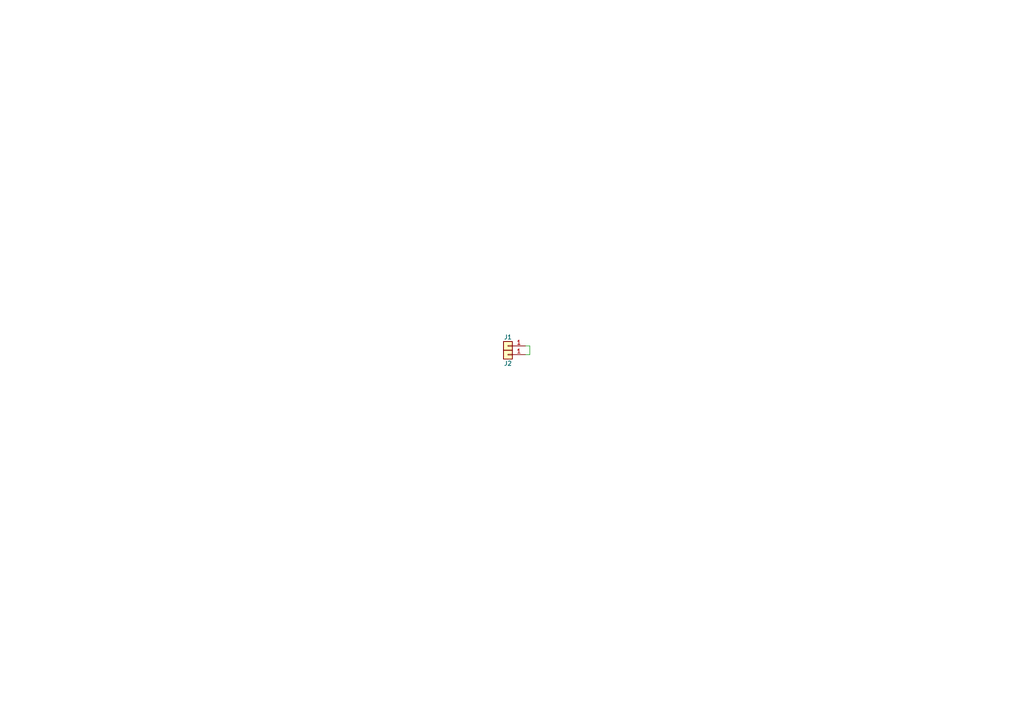
<source format=kicad_sch>
(kicad_sch (version 20230121) (generator eeschema)
  (paper "A4")
  (title_block (title "Reflow Hot-Plate Heatbed 60x60 mm") (date "2023-03-19") (rev "1.0.0") (company "I. Kajdan"))
  (lib_symbols
    (symbol "Connector_Generic:Conn_01x01" (pin_names (offset 1.016) hide)
      (property "Reference" "J" (at 0 2.54 0))
      (property "Value" "Conn_01x01" (at 0 -2.54 0))
      (symbol "Conn_01x01_1_1"
        (rectangle (start -1.27 0.127) (end 0 -0.127) (stroke (width 0.1524)))
        (rectangle (start -1.27 1.27) (end 1.27 -1.27) (stroke (width 0.254)) (fill (type background)))
        (pin passive line (at -5.08 0 0) (length 3.81) (name "Pin_1") (number "1"))
      )
    )
  )
  (wire (pts (xy 153.67 100.33) (xy 153.67 102.87)))
  (wire (pts (xy 152.4 100.33) (xy 153.67 100.33)))
  (wire (pts (xy 152.4 102.87) (xy 153.67 102.87)))
  (symbol (lib_id "Connector_Generic:Conn_01x01") (at 147.32 100.33 180) (unit 1)
    (property "Reference" "J1" (at 147.32 97.79 0))
    (property "Value" "Conn_01x01" (effects hide))
    (property "Footprint" "Connector_Pin:Pin_D1.3mm_L11.0mm" (effects hide))
  )
  (symbol (lib_id "Connector_Generic:Conn_01x01") (at 147.32 102.87 180) (unit 1)
    (property "Reference" "J2" (at 147.32 105.41 0))
    (property "Value" "Conn_01x01" (effects hide))
    (property "Footprint" "Connector_Pin:Pin_D1.3mm_L11.0mm" (effects hide))
  )
)
</source>
